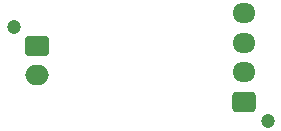
<source format=gbs>
G04 #@! TF.GenerationSoftware,KiCad,Pcbnew,9.0.4*
G04 #@! TF.CreationDate,2025-12-21T16:37:14-05:00*
G04 #@! TF.ProjectId,TC_shuwen,54435f73-6875-4776-956e-2e6b69636164,rev?*
G04 #@! TF.SameCoordinates,Original*
G04 #@! TF.FileFunction,Soldermask,Bot*
G04 #@! TF.FilePolarity,Negative*
%FSLAX46Y46*%
G04 Gerber Fmt 4.6, Leading zero omitted, Abs format (unit mm)*
G04 Created by KiCad (PCBNEW 9.0.4) date 2025-12-21 16:37:14*
%MOMM*%
%LPD*%
G01*
G04 APERTURE LIST*
G04 Aperture macros list*
%AMRoundRect*
0 Rectangle with rounded corners*
0 $1 Rounding radius*
0 $2 $3 $4 $5 $6 $7 $8 $9 X,Y pos of 4 corners*
0 Add a 4 corners polygon primitive as box body*
4,1,4,$2,$3,$4,$5,$6,$7,$8,$9,$2,$3,0*
0 Add four circle primitives for the rounded corners*
1,1,$1+$1,$2,$3*
1,1,$1+$1,$4,$5*
1,1,$1+$1,$6,$7*
1,1,$1+$1,$8,$9*
0 Add four rect primitives between the rounded corners*
20,1,$1+$1,$2,$3,$4,$5,0*
20,1,$1+$1,$4,$5,$6,$7,0*
20,1,$1+$1,$6,$7,$8,$9,0*
20,1,$1+$1,$8,$9,$2,$3,0*%
G04 Aperture macros list end*
%ADD10C,1.200000*%
%ADD11RoundRect,0.250000X0.725000X-0.600000X0.725000X0.600000X-0.725000X0.600000X-0.725000X-0.600000X0*%
%ADD12O,1.950000X1.700000*%
%ADD13RoundRect,0.250000X-0.750000X0.600000X-0.750000X-0.600000X0.750000X-0.600000X0.750000X0.600000X0*%
%ADD14O,2.000000X1.700000*%
G04 APERTURE END LIST*
D10*
X144000000Y-84350000D03*
D11*
X142000000Y-82750000D03*
D12*
X142000000Y-80250000D03*
X142000000Y-77750000D03*
X142000000Y-75250000D03*
D10*
X122500000Y-76400000D03*
D13*
X124500000Y-78000000D03*
D14*
X124500000Y-80500000D03*
M02*

</source>
